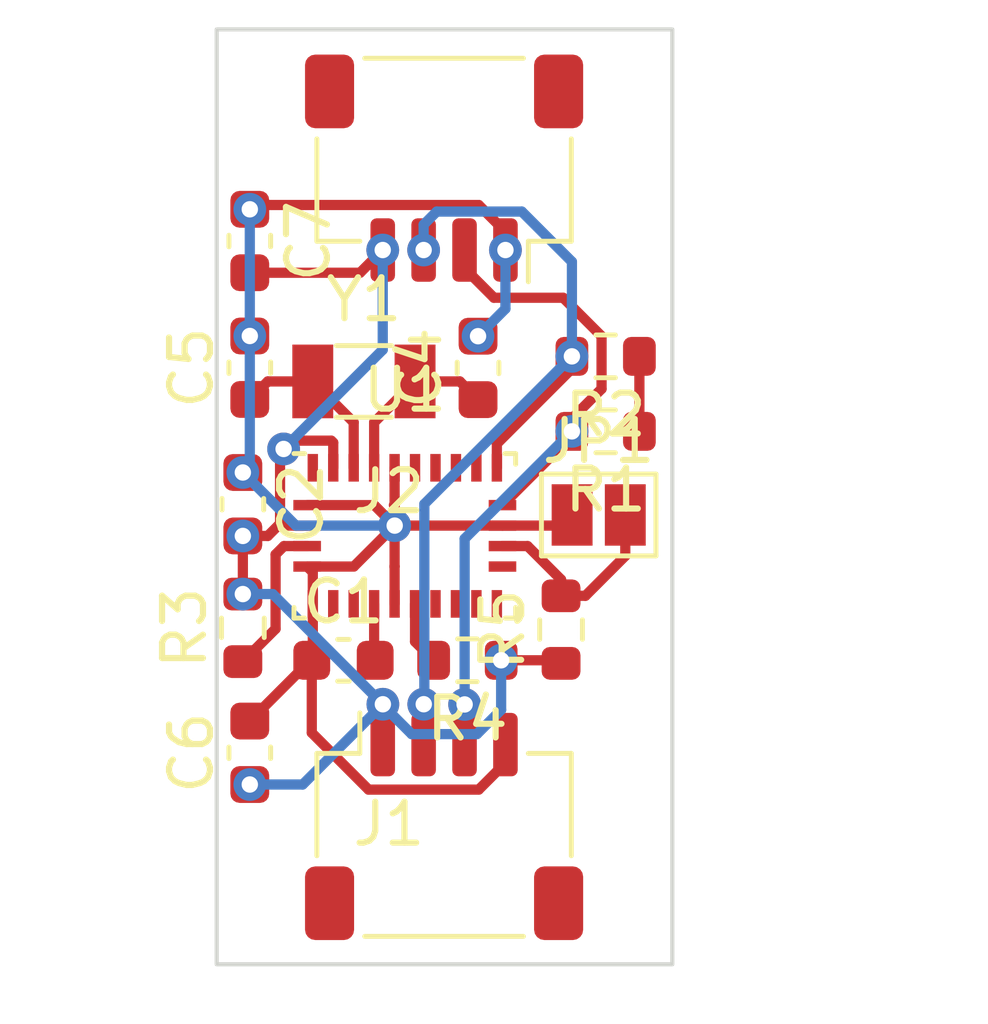
<source format=kicad_pcb>
(kicad_pcb (version 20221018) (generator pcbnew)
  (layers (0 "F.Cu" signal) (31 "B.Cu" signal) (34 "B.Paste" user) (35 "F.Paste" user) (36 "B.SilkS" user "B.Silkscreen") (37 "F.SilkS" user "F.Silkscreen") (38 "B.Mask" user) (39 "F.Mask" user) (44 "Edge.Cuts" user))
  (net 0 "")
  (net 12 "GND")
  (net 13 "Net-(U1-CAP)")
  (net 14 "+3V3")
  (net 15 "INT")
  (net 16 "SDO")
  (net 17 "SCL")
  (net 18 "SDA")
  (net 19 "Net-(U1-BOOTN)")
  (net 20 "Net-(U1-NRST)")
  (net 21 "Net-(U1-CLKSEL1{slash}XOUT32)")
  (net 22 "Net-(U1-XIN32)")
  (footprint "Capacitor_SMD:C_0603_1608Metric" (layer "F.Cu") (at 95.03 96.19 -90)
    (fp_text reference "C7" (at 0 -1.43 90) (layer "F.SilkS"))
    (fp_text value "100n")
    (fp_line (start -0.14058 -0.51) (end 0.14058 -0.51) (stroke (width 0.12)) (layer "F.SilkS"))
    (fp_line (start -0.14058 0.51) (end 0.14058 0.51) (stroke (width 0.12)) (layer "F.SilkS"))
    (pad "1" smd roundrect (at -0.775 0 270) (size 0.9 0.95) (layers "F.Cu" "F.Paste" "F.Mask") (net 12 "GND"))
    (pad "2" smd roundrect (at 0.775 0 270) (size 0.9 0.95) (layers "F.Cu" "F.Paste" "F.Mask") (net 14 "+3V3"))
  )
  (footprint "Capacitor_SMD:C_0603_1608Metric" (layer "F.Cu") (at 97.32 106.4325)
    (fp_text reference "C1" (at 0 -1.43) (layer "F.SilkS"))
    (fp_text value "100n")
    (fp_line (start -0.14058 -0.51) (end 0.14058 -0.51) (stroke (width 0.12)) (layer "F.SilkS"))
    (fp_line (start -0.14058 0.51) (end 0.14058 0.51) (stroke (width 0.12)) (layer "F.SilkS"))
    (pad "1" smd roundrect (at -0.775 0) (size 0.9 0.95) (layers "F.Cu" "F.Paste" "F.Mask") (net 12 "GND"))
    (pad "2" smd roundrect (at 0.775 0) (size 0.9 0.95) (layers "F.Cu" "F.Paste" "F.Mask") (net 13 "Net-(U1-CAP)"))
  )
  (footprint "Crystal:Crystal_SMD_3215-2Pin_3.2x1.5mm" (layer "F.Cu") (at 97.82 99.62)
    (fp_text reference "Y1" (at 0 -2) (layer "F.SilkS"))
    (fp_text value "32.768kHz")
    (fp_line (start -0.675 -0.875) (end 0.675 -0.875) (stroke (width 0.12)) (layer "F.SilkS"))
    (fp_line (start -0.675 0.875) (end 0.675 0.875) (stroke (width 0.12)) (layer "F.SilkS"))
    (pad "1" smd rect (at 1.25 0) (size 1 1.8) (layers "F.Cu" "F.Paste" "F.Mask") (net 21 "Net-(U1-CLKSEL1{slash}XOUT32)"))
    (pad "2" smd rect (at -1.25 0) (size 1 1.8) (layers "F.Cu" "F.Paste" "F.Mask") (net 22 "Net-(U1-XIN32)"))
  )
  (footprint "Resistor_SMD:R_0603_1608Metric" (layer "F.Cu") (at 102.64 105.6825 90)
    (fp_text reference "R5" (at 0 -1.43 90) (layer "F.SilkS"))
    (fp_text value "10k")
    (fp_line (start -0.237258 -0.5225) (end 0.237258 -0.5225) (stroke (width 0.12)) (layer "F.SilkS"))
    (fp_line (start -0.237258 0.5225) (end 0.237258 0.5225) (stroke (width 0.12)) (layer "F.SilkS"))
    (pad "1" smd roundrect (at -0.825 0 90) (size 0.8 0.95) (layers "F.Cu" "F.Paste" "F.Mask") (net 14 "+3V3"))
    (pad "2" smd roundrect (at 0.825 0 90) (size 0.8 0.95) (layers "F.Cu" "F.Paste" "F.Mask") (net 16 "SDO"))
  )
  (footprint "Jumper:SolderJumper-2_P1.3mm_Open_Pad1.0x1.5mm" (layer "F.Cu") (at 103.56 102.8825)
    (fp_text reference "JP1" (at 0 -1.8) (layer "F.SilkS"))
    (fp_text value "SolderJumper_2_Open")
    (fp_line (start -1.4 -1) (end 1.4 -1) (stroke (width 0.12)) (layer "F.SilkS"))
    (fp_line (start -1.4 1) (end -1.4 -1) (stroke (width 0.12)) (layer "F.SilkS"))
    (fp_line (start 1.4 -1) (end 1.4 1) (stroke (width 0.12)) (layer "F.SilkS"))
    (fp_line (start 1.4 1) (end -1.4 1) (stroke (width 0.12)) (layer "F.SilkS"))
    (pad "1" smd rect (at -0.65 0) (size 1 1.5) (layers "F.Cu" "F.Mask") (net 12 "GND"))
    (pad "2" smd rect (at 0.65 0) (size 1 1.5) (layers "F.Cu" "F.Mask") (net 16 "SDO"))
  )
  (footprint "Connector_JST:JST_SH_SM04B-SRSS-TB_1x04-1MP_P1.00mm_Horizontal" (layer "F.Cu") (at 99.78 110.4925)
    (fp_text reference "J1" (at -1.35 -0.06) (layer "F.SilkS"))
    (fp_text value "Conn_01x04_Pin")
    (fp_line (start -3.11 -1.785) (end -2.06 -1.785) (stroke (width 0.12)) (layer "F.SilkS"))
    (fp_line (start -3.11 0.715) (end -3.11 -1.785) (stroke (width 0.12)) (layer "F.SilkS"))
    (fp_line (start -2.06 -1.785) (end -2.06 -2.775) (stroke (width 0.12)) (layer "F.SilkS"))
    (fp_line (start -1.94 2.685) (end 1.94 2.685) (stroke (width 0.12)) (layer "F.SilkS"))
    (fp_line (start 3.11 -1.785) (end 2.06 -1.785) (stroke (width 0.12)) (layer "F.SilkS"))
    (fp_line (start 3.11 0.715) (end 3.11 -1.785) (stroke (width 0.12)) (layer "F.SilkS"))
    (pad "1" smd roundrect (at -1.5 -2) (size 0.6 1.55) (layers "F.Cu" "F.Paste" "F.Mask") (net 14 "+3V3"))
    (pad "2" smd roundrect (at -0.5 -2) (size 0.6 1.55) (layers "F.Cu" "F.Paste" "F.Mask") (net 18 "SDA"))
    (pad "3" smd roundrect (at 0.5 -2) (size 0.6 1.55) (layers "F.Cu" "F.Paste" "F.Mask") (net 17 "SCL"))
    (pad "4" smd roundrect (at 1.5 -2) (size 0.6 1.55) (layers "F.Cu" "F.Paste" "F.Mask") (net 12 "GND"))
    (pad "MP" smd roundrect (at -2.8 1.875) (size 1.2 1.8) (layers "F.Cu" "F.Paste" "F.Mask") (roundrect_rratio 0.208333))
    (pad "MP" smd roundrect (at 2.8 1.875) (size 1.2 1.8) (layers "F.Cu" "F.Paste" "F.Mask") (roundrect_rratio 0.208333))
  )
  (footprint "Resistor_SMD:R_0603_1608Metric" (layer "F.Cu") (at 94.86 105.64 90)
    (fp_text reference "R3" (at 0 -1.43 90) (layer "F.SilkS"))
    (fp_text value "10k")
    (fp_line (start -0.237258 -0.5225) (end 0.237258 -0.5225) (stroke (width 0.12)) (layer "F.SilkS"))
    (fp_line (start -0.237258 0.5225) (end 0.237258 0.5225) (stroke (width 0.12)) (layer "F.SilkS"))
    (pad "1" smd roundrect (at -0.825 0 90) (size 0.8 0.95) (layers "F.Cu" "F.Paste" "F.Mask") (net 19 "Net-(U1-BOOTN)"))
    (pad "2" smd roundrect (at 0.825 0 90) (size 0.8 0.95) (layers "F.Cu" "F.Paste" "F.Mask") (net 14 "+3V3"))
  )
  (footprint "Capacitor_SMD:C_0603_1608Metric" (layer "F.Cu") (at 94.86 102.62 -90)
    (fp_text reference "C2" (at 0 -1.43 90) (layer "F.SilkS"))
    (fp_text value "100n")
    (fp_line (start -0.14058 -0.51) (end 0.14058 -0.51) (stroke (width 0.12)) (layer "F.SilkS"))
    (fp_line (start -0.14058 0.51) (end 0.14058 0.51) (stroke (width 0.12)) (layer "F.SilkS"))
    (pad "1" smd roundrect (at -0.775 0 270) (size 0.9 0.95) (layers "F.Cu" "F.Paste" "F.Mask") (net 12 "GND"))
    (pad "2" smd roundrect (at 0.775 0 270) (size 0.9 0.95) (layers "F.Cu" "F.Paste" "F.Mask") (net 14 "+3V3"))
  )
  (footprint "Capacitor_SMD:C_0603_1608Metric" (layer "F.Cu") (at 100.61 99.29 90)
    (fp_text reference "C4" (at 0 -1.43 90) (layer "F.SilkS"))
    (fp_text value "22p")
    (fp_line (start -0.14058 -0.51) (end 0.14058 -0.51) (stroke (width 0.12)) (layer "F.SilkS"))
    (fp_line (start -0.14058 0.51) (end 0.14058 0.51) (stroke (width 0.12)) (layer "F.SilkS"))
    (pad "1" smd roundrect (at -0.775 0 90) (size 0.9 0.95) (layers "F.Cu" "F.Paste" "F.Mask") (net 21 "Net-(U1-CLKSEL1{slash}XOUT32)"))
    (pad "2" smd roundrect (at 0.775 0 90) (size 0.9 0.95) (layers "F.Cu" "F.Paste" "F.Mask") (net 12 "GND"))
  )
  (footprint "Capacitor_SMD:C_0603_1608Metric" (layer "F.Cu") (at 95.03 99.285 90)
    (fp_text reference "C5" (at 0 -1.43 90) (layer "F.SilkS"))
    (fp_text value "22p")
    (fp_line (start -0.14058 -0.51) (end 0.14058 -0.51) (stroke (width 0.12)) (layer "F.SilkS"))
    (fp_line (start -0.14058 0.51) (end 0.14058 0.51) (stroke (width 0.12)) (layer "F.SilkS"))
    (pad "1" smd roundrect (at -0.775 0 90) (size 0.9 0.95) (layers "F.Cu" "F.Paste" "F.Mask") (net 22 "Net-(U1-XIN32)"))
    (pad "2" smd roundrect (at 0.775 0 90) (size 0.9 0.95) (layers "F.Cu" "F.Paste" "F.Mask") (net 12 "GND"))
  )
  (footprint "Connector_JST:JST_SH_SM04B-SRSS-TB_1x04-1MP_P1.00mm_Horizontal" (layer "F.Cu") (at 99.78 94.41 180)
    (fp_text reference "J2" (at 1.35 -7.9) (layer "F.SilkS"))
    (fp_text value "Conn_01x04_Pin")
    (fp_line (start -3.11 -1.785) (end -2.06 -1.785) (stroke (width 0.12)) (layer "F.SilkS"))
    (fp_line (start -3.11 0.715) (end -3.11 -1.785) (stroke (width 0.12)) (layer "F.SilkS"))
    (fp_line (start -2.06 -1.785) (end -2.06 -2.775) (stroke (width 0.12)) (layer "F.SilkS"))
    (fp_line (start -1.94 2.685) (end 1.94 2.685) (stroke (width 0.12)) (layer "F.SilkS"))
    (fp_line (start 3.11 -1.785) (end 2.06 -1.785) (stroke (width 0.12)) (layer "F.SilkS"))
    (fp_line (start 3.11 0.715) (end 3.11 -1.785) (stroke (width 0.12)) (layer "F.SilkS"))
    (pad "1" smd roundrect (at -1.5 -2 180) (size 0.6 1.55) (layers "F.Cu" "F.Paste" "F.Mask") (net 12 "GND"))
    (pad "2" smd roundrect (at -0.5 -2 180) (size 0.6 1.55) (layers "F.Cu" "F.Paste" "F.Mask") (net 17 "SCL"))
    (pad "3" smd roundrect (at 0.5 -2 180) (size 0.6 1.55) (layers "F.Cu" "F.Paste" "F.Mask") (net 18 "SDA"))
    (pad "4" smd roundrect (at 1.5 -2 180) (size 0.6 1.55) (layers "F.Cu" "F.Paste" "F.Mask") (net 14 "+3V3"))
    (pad "MP" smd roundrect (at -2.8 1.875 180) (size 1.2 1.8) (layers "F.Cu" "F.Paste" "F.Mask") (roundrect_rratio 0.208333))
    (pad "MP" smd roundrect (at 2.8 1.875 180) (size 1.2 1.8) (layers "F.Cu" "F.Paste" "F.Mask") (roundrect_rratio 0.208333))
  )
  (footprint "Capacitor_SMD:C_0603_1608Metric" (layer "F.Cu") (at 95.03 108.6925 90)
    (fp_text reference "C6" (at 0 -1.43 90) (layer "F.SilkS"))
    (fp_text value "100n")
    (fp_line (start -0.14058 -0.51) (end 0.14058 -0.51) (stroke (width 0.12)) (layer "F.SilkS"))
    (fp_line (start -0.14058 0.51) (end 0.14058 0.51) (stroke (width 0.12)) (layer "F.SilkS"))
    (pad "1" smd roundrect (at -0.775 0 90) (size 0.9 0.95) (layers "F.Cu" "F.Paste" "F.Mask") (net 14 "+3V3"))
    (pad "2" smd roundrect (at 0.775 0 90) (size 0.9 0.95) (layers "F.Cu" "F.Paste" "F.Mask") (net 12 "GND"))
  )
  (footprint "Resistor_SMD:R_0603_1608Metric" (layer "F.Cu") (at 100.35 106.4325 180)
    (fp_text reference "R4" (at 0 -1.43) (layer "F.SilkS"))
    (fp_text value "10k")
    (fp_line (start -0.237258 -0.5225) (end 0.237258 -0.5225) (stroke (width 0.12)) (layer "F.SilkS"))
    (fp_line (start -0.237258 0.5225) (end 0.237258 0.5225) (stroke (width 0.12)) (layer "F.SilkS"))
    (pad "1" smd roundrect (at -0.825 0 180) (size 0.8 0.95) (layers "F.Cu" "F.Paste" "F.Mask") (net 14 "+3V3"))
    (pad "2" smd roundrect (at 0.825 0 180) (size 0.8 0.95) (layers "F.Cu" "F.Paste" "F.Mask") (net 20 "Net-(U1-NRST)"))
  )
  (footprint "Resistor_SMD:R_0603_1608Metric" (layer "F.Cu") (at 103.73 99.0075 180)
    (fp_text reference "R2" (at 0 -1.43) (layer "F.SilkS"))
    (fp_text value "2k2")
    (fp_line (start -0.237258 -0.5225) (end 0.237258 -0.5225) (stroke (width 0.12)) (layer "F.SilkS"))
    (fp_line (start -0.237258 0.5225) (end 0.237258 0.5225) (stroke (width 0.12)) (layer "F.SilkS"))
    (pad "1" smd roundrect (at -0.825 0 180) (size 0.8 0.95) (layers "F.Cu" "F.Paste" "F.Mask") (net 14 "+3V3"))
    (pad "2" smd roundrect (at 0.825 0 180) (size 0.8 0.95) (layers "F.Cu" "F.Paste" "F.Mask") (net 18 "SDA"))
  )
  (footprint "Resistor_SMD:R_0603_1608Metric" (layer "F.Cu") (at 103.73 100.84 180)
    (fp_text reference "R1" (at 0 -1.43) (layer "F.SilkS"))
    (fp_text value "2k2")
    (fp_line (start -0.237258 -0.5225) (end 0.237258 -0.5225) (stroke (width 0.12)) (layer "F.SilkS"))
    (fp_line (start -0.237258 0.5225) (end 0.237258 0.5225) (stroke (width 0.12)) (layer "F.SilkS"))
    (pad "1" smd roundrect (at -0.825 0 180) (size 0.8 0.95) (layers "F.Cu" "F.Paste" "F.Mask") (net 14 "+3V3"))
    (pad "2" smd roundrect (at 0.825 0 180) (size 0.8 0.95) (layers "F.Cu" "F.Paste" "F.Mask") (net 17 "SCL"))
  )
  (footprint "Package_LGA:LGA-28_5.2x3.8mm_P0.5mm" (layer "F.Cu") (at 98.82 103.3925)
    (fp_text reference "U1" (at 0 -3.5625) (layer "F.SilkS"))
    (fp_text value "~")
    (fp_line (start -2.71 -2.01) (end -2.45 -2.01) (stroke (width 0.12)) (layer "F.SilkS"))
    (fp_line (start -2.71 2.01) (end -2.71 1.75) (stroke (width 0.12)) (layer "F.SilkS"))
    (fp_line (start -2.71 2.01) (end -2.45 2.01) (stroke (width 0.12)) (layer "F.SilkS"))
    (fp_line (start 2.71 -2.01) (end 2.45 -2.01) (stroke (width 0.12)) (layer "F.SilkS"))
    (fp_line (start 2.71 -2.01) (end 2.71 -1.75) (stroke (width 0.12)) (layer "F.SilkS"))
    (fp_line (start 2.71 2.01) (end 2.45 2.01) (stroke (width 0.12)) (layer "F.SilkS"))
    (fp_line (start 2.71 2.01) (end 2.71 1.75) (stroke (width 0.12)) (layer "F.SilkS"))
    (pad "1" smd rect (at -2.25 -1.6625) (size 0.254 0.675) (layers "F.Cu" "F.Paste" "F.Mask"))
    (pad "2" smd rect (at -2.3875 -0.75 90) (size 0.254 0.675) (layers "F.Cu" "F.Paste" "F.Mask") (net 12 "GND"))
    (pad "3" smd rect (at -2.3875 -0.25 90) (size 0.254 0.675) (layers "F.Cu" "F.Paste" "F.Mask") (net 14 "+3V3"))
    (pad "4" smd rect (at -2.3875 0.25 90) (size 0.254 0.675) (layers "F.Cu" "F.Paste" "F.Mask") (net 19 "Net-(U1-BOOTN)"))
    (pad "5" smd rect (at -2.3875 0.75 90) (size 0.254 0.675) (layers "F.Cu" "F.Paste" "F.Mask") (net 12 "GND"))
    (pad "6" smd rect (at -2.25 1.6625) (size 0.254 0.675) (layers "F.Cu" "F.Paste" "F.Mask") (net 12 "GND"))
    (pad "7" smd rect (at -1.75 1.6625) (size 0.254 0.675) (layers "F.Cu" "F.Paste" "F.Mask"))
    (pad "8" smd rect (at -1.25 1.6625) (size 0.254 0.675) (layers "F.Cu" "F.Paste" "F.Mask"))
    (pad "9" smd rect (at -0.75 1.6625) (size 0.254 0.675) (layers "F.Cu" "F.Paste" "F.Mask") (net 13 "Net-(U1-CAP)"))
    (pad "10" smd rect (at -0.25 1.6625) (size 0.254 0.675) (layers "F.Cu" "F.Paste" "F.Mask") (net 12 "GND"))
    (pad "11" smd rect (at 0.25 1.6625) (size 0.254 0.675) (layers "F.Cu" "F.Paste" "F.Mask") (net 20 "Net-(U1-NRST)"))
    (pad "12" smd rect (at 0.75 1.6625) (size 0.254 0.675) (layers "F.Cu" "F.Paste" "F.Mask"))
    (pad "13" smd rect (at 1.25 1.6625) (size 0.254 0.675) (layers "F.Cu" "F.Paste" "F.Mask"))
    (pad "14" smd rect (at 1.75 1.6625) (size 0.254 0.675) (layers "F.Cu" "F.Paste" "F.Mask") (net 15 "INT"))
    (pad "15" smd rect (at 2.25 1.6625) (size 0.254 0.675) (layers "F.Cu" "F.Paste" "F.Mask"))
    (pad "16" smd rect (at 2.3875 0.75 90) (size 0.254 0.675) (layers "F.Cu" "F.Paste" "F.Mask"))
    (pad "17" smd rect (at 2.3875 0.25 90) (size 0.254 0.675) (layers "F.Cu" "F.Paste" "F.Mask") (net 16 "SDO"))
    (pad "18" smd rect (at 2.3875 -0.25 90) (size 0.254 0.675) (layers "F.Cu" "F.Paste" "F.Mask") (net 12 "GND"))
    (pad "19" smd rect (at 2.3875 -0.75 90) (size 0.254 0.675) (layers "F.Cu" "F.Paste" "F.Mask") (net 17 "SCL"))
    (pad "20" smd rect (at 2.25 -1.6625) (size 0.254 0.675) (layers "F.Cu" "F.Paste" "F.Mask") (net 18 "SDA"))
    (pad "21" smd rect (at 1.75 -1.6625) (size 0.254 0.675) (layers "F.Cu" "F.Paste" "F.Mask"))
    (pad "22" smd rect (at 1.25 -1.6625) (size 0.254 0.675) (layers "F.Cu" "F.Paste" "F.Mask"))
    (pad "23" smd rect (at 0.75 -1.6625) (size 0.254 0.675) (layers "F.Cu" "F.Paste" "F.Mask"))
    (pad "24" smd rect (at 0.25 -1.6625) (size 0.254 0.675) (layers "F.Cu" "F.Paste" "F.Mask"))
    (pad "25" smd rect (at -0.25 -1.6625) (size 0.254 0.675) (layers "F.Cu" "F.Paste" "F.Mask") (net 12 "GND"))
    (pad "26" smd rect (at -0.75 -1.6625) (size 0.254 0.675) (layers "F.Cu" "F.Paste" "F.Mask") (net 21 "Net-(U1-CLKSEL1{slash}XOUT32)"))
    (pad "27" smd rect (at -1.25 -1.6625) (size 0.254 0.675) (layers "F.Cu" "F.Paste" "F.Mask") (net 22 "Net-(U1-XIN32)"))
    (pad "28" smd rect (at -1.75 -1.6625) (size 0.254 0.675) (layers "F.Cu" "F.Paste" "F.Mask") (net 14 "+3V3"))
  )
  (gr_rect (start 94.22 91.02) (end 105.36 113.86) (stroke (width 0.1)) (fill none) (layer "Edge.Cuts"))
  (segment (start 101.28 108.939251) (end 100.626751 109.5925) (width 0.25) (layer "F.Cu") (net 12))
  (segment (start 96.4325 102.6425) (end 98.0725 102.6425) (width 0.25) (layer "F.Cu") (net 12))
  (segment (start 101.28 108.4925) (end 101.28 108.939251) (width 0.25) (layer "F.Cu") (net 12))
  (segment (start 95.135 95.31) (end 100.626751 95.31) (width 0.25) (layer "F.Cu") (net 12))
  (segment (start 96.57 105.055) (end 96.57 104.28) (width 0.25) (layer "F.Cu") (net 12))
  (segment (start 98.5675 104.1425) (end 98.57 104.14) (width 0.25) (layer "F.Cu") (net 12))
  (segment (start 96.545 106.4325) (end 96.515 106.4325) (width 0.25) (layer "F.Cu") (net 12))
  (segment (start 97.933249 109.5925) (end 96.545 108.204251) (width 0.25) (layer "F.Cu") (net 12))
  (segment (start 96.515 106.4325) (end 95.03 107.9175) (width 0.25) (layer "F.Cu") (net 12))
  (segment (start 98.57 101.73) (end 98.57 102.66) (width 0.25) (layer "F.Cu") (net 12))
  (segment (start 102.65 103.1425) (end 101.2075 103.1425) (width 0.25) (layer "F.Cu") (net 12))
  (segment (start 96.57 105.055) (end 96.57 106.4075) (width 0.25) (layer "F.Cu") (net 12))
  (segment (start 101.28 95.963249) (end 101.28 96.41) (width 0.25) (layer "F.Cu") (net 12))
  (segment (start 96.545 108.204251) (end 96.545 106.4325) (width 0.25) (layer "F.Cu") (net 12))
  (segment (start 96.57 104.28) (end 96.4325 104.1425) (width 0.25) (layer "F.Cu") (net 12))
  (segment (start 98.5525 102.6425) (end 98.57 102.66) (width 0.25) (layer "F.Cu") (net 12))
  (segment (start 98.57 103.14) (end 98.57 104.14) (width 0.25) (layer "F.Cu") (net 12))
  (segment (start 96.57 106.4075) (end 96.545 106.4325) (width 0.25) (layer "F.Cu") (net 12))
  (segment (start 97.5725 104.1425) (end 96.4325 104.1425) (width 0.25) (layer "F.Cu") (net 12))
  (segment (start 102.91 102.8825) (end 102.65 103.1425) (width 0.25) (layer "F.Cu") (net 12))
  (segment (start 100.626751 95.31) (end 101.28 95.963249) (width 0.25) (layer "F.Cu") (net 12))
  (segment (start 98.0725 102.6425) (end 98.5725 103.1425) (width 0.25) (layer "F.Cu") (net 12))
  (segment (start 98.5725 103.1425) (end 98.57 103.14) (width 0.25) (layer "F.Cu") (net 12))
  (segment (start 98.5725 103.1425) (end 97.5725 104.1425) (width 0.25) (layer "F.Cu") (net 12))
  (segment (start 95.03 95.415) (end 95.135 95.31) (width 0.25) (layer "F.Cu") (net 12))
  (segment (start 98.57 104.14) (end 98.57 105.055) (width 0.25) (layer "F.Cu") (net 12))
  (segment (start 101.2075 103.1425) (end 98.5725 103.1425) (width 0.25) (layer "F.Cu") (net 12))
  (segment (start 98.57 102.66) (end 98.57 103.14) (width 0.25) (layer "F.Cu") (net 12))
  (segment (start 100.626751 109.5925) (end 97.933249 109.5925) (width 0.25) (layer "F.Cu") (net 12))
  (via (at 101.28 96.41) (size 0.8) (drill 0.4) (layers "F.Cu" "B.Cu") (net 12))
  (via (at 94.86 101.845) (size 0.8) (drill 0.4) (layers "F.Cu" "B.Cu") (net 12))
  (via (at 95.03 95.415) (size 0.8) (drill 0.4) (layers "F.Cu" "B.Cu") (net 12))
  (via (at 98.5725 103.1425) (size 0.8) (drill 0.4) (layers "F.Cu" "B.Cu") (net 12))
  (via (at 100.61 98.515) (size 0.8) (drill 0.4) (layers "F.Cu" "B.Cu") (net 12))
  (via (at 95.03 98.51) (size 0.8) (drill 0.4) (layers "F.Cu" "B.Cu") (net 12))
  (segment (start 95.03 98.51) (end 95.03 101.675) (width 0.25) (layer "B.Cu") (net 12))
  (segment (start 95.03 101.675) (end 94.86 101.845) (width 0.25) (layer "B.Cu") (net 12))
  (segment (start 95.03 98.51) (end 95.03 95.415) (width 0.25) (layer "B.Cu") (net 12))
  (segment (start 101.28 97.845) (end 100.61 98.515) (width 0.25) (layer "B.Cu") (net 12))
  (segment (start 95.04 98.52) (end 95.03 98.51) (width 0.25) (layer "B.Cu") (net 12))
  (segment (start 101.28 96.41) (end 101.28 97.845) (width 0.25) (layer "B.Cu") (net 12))
  (segment (start 94.86 101.845) (end 96.1575 103.1425) (width 0.25) (layer "B.Cu") (net 12))
  (segment (start 96.1575 103.1425) (end 98.5725 103.1425) (width 0.25) (layer "B.Cu") (net 12))
  (segment (start 98.07 105.055) (end 98.07 106.4075) (width 0.25) (layer "F.Cu") (net 13))
  (segment (start 98.07 106.4075) (end 98.095 106.4325) (width 0.25) (layer "F.Cu") (net 13))
  (segment (start 97.07 101.73) (end 97.07 101.1155) (width 0.25) (layer "F.Cu") (net 14))
  (segment (start 96.118 101.0675) (end 95.77 101.4155) (width 0.25) (layer "F.Cu") (net 14))
  (segment (start 98.28 108.4925) (end 98.28 107.510352) (width 0.25) (layer "F.Cu") (net 14))
  (segment (start 101.175 106.4325) (end 102.565 106.4325) (width 0.25) (layer "F.Cu") (net 14))
  (segment (start 95.77 101.4155) (end 95.77 103.0945) (width 0.25) (layer "F.Cu") (net 14))
  (segment (start 104.555 99.0075) (end 104.555 100.5275) (width 0.25) (layer "F.Cu") (net 14))
  (segment (start 94.86 104.815) (end 94.86 103.395) (width 0.25) (layer "F.Cu") (net 14))
  (segment (start 97.725 96.965) (end 95.03 96.965) (width 0.25) (layer "F.Cu") (net 14))
  (segment (start 95.77 103.0945) (end 95.818 103.1425) (width 0.25) (layer "F.Cu") (net 14))
  (segment (start 98.28 96.41) (end 97.725 96.965) (width 0.25) (layer "F.Cu") (net 14))
  (segment (start 94.86 103.395) (end 95.4695 103.395) (width 0.25) (layer "F.Cu") (net 14))
  (segment (start 98.28 107.510352) (end 98.283352 107.507) (width 0.25) (layer "F.Cu") (net 14))
  (segment (start 102.565 106.4325) (end 102.64 106.5075) (width 0.25) (layer "F.Cu") (net 14))
  (segment (start 97.07 101.1155) (end 97.022 101.0675) (width 0.25) (layer "F.Cu") (net 14))
  (segment (start 97.022 101.0675) (end 96.118 101.0675) (width 0.25) (layer "F.Cu") (net 14))
  (segment (start 95.4695 103.395) (end 95.77 103.0945) (width 0.25) (layer "F.Cu") (net 14))
  (segment (start 95.03 96.965) (end 95.03 96.8375) (width 0.25) (layer "F.Cu") (net 14))
  (segment (start 95.818 103.1425) (end 96.4325 103.1425) (width 0.25) (layer "F.Cu") (net 14))
  (via (at 94.86 104.815) (size 0.8) (drill 0.4) (layers "F.Cu" "B.Cu") (net 14))
  (via (at 95.856556 101.270065) (size 0.8) (drill 0.4) (layers "F.Cu" "B.Cu") (net 14))
  (via (at 98.283352 107.507) (size 0.8) (drill 0.4) (layers "F.Cu" "B.Cu") (net 14))
  (via (at 98.28 96.41) (size 0.8) (drill 0.4) (layers "F.Cu" "B.Cu") (net 14))
  (via (at 101.175 106.4325) (size 0.8) (drill 0.4) (layers "F.Cu" "B.Cu") (net 14))
  (via (at 94.86 103.395) (size 0.8) (drill 0.4) (layers "F.Cu" "B.Cu") (net 14))
  (via (at 95.03 109.4675) (size 0.8) (drill 0.4) (layers "F.Cu" "B.Cu") (net 14))
  (segment (start 95.591352 104.815) (end 94.86 104.815) (width 0.25) (layer "B.Cu") (net 14))
  (segment (start 101.175 107.644003) (end 101.175 106.4325) (width 0.25) (layer "B.Cu") (net 14))
  (segment (start 98.283352 107.531723) (end 98.988018 108.236389) (width 0.25) (layer "B.Cu") (net 14))
  (segment (start 98.28 98.846621) (end 98.28 96.41) (width 0.25) (layer "B.Cu") (net 14))
  (segment (start 100.582614 108.236389) (end 101.175 107.644003) (width 0.25) (layer "B.Cu") (net 14))
  (segment (start 96.322852 109.4675) (end 95.03 109.4675) (width 0.25) (layer "B.Cu") (net 14))
  (segment (start 98.988018 108.236389) (end 100.582614 108.236389) (width 0.25) (layer "B.Cu") (net 14))
  (segment (start 98.283352 107.507) (end 95.591352 104.815) (width 0.25) (layer "B.Cu") (net 14))
  (segment (start 95.856556 101.270065) (end 98.28 98.846621) (width 0.25) (layer "B.Cu") (net 14))
  (segment (start 98.283352 107.507) (end 98.283352 107.531723) (width 0.25) (layer "B.Cu") (net 14))
  (segment (start 98.283352 107.507) (end 96.322852 109.4675) (width 0.25) (layer "B.Cu") (net 14))
  (segment (start 104.21 103.8825) (end 103.235 104.8575) (width 0.25) (layer "F.Cu") (net 16))
  (segment (start 101.822 103.6425) (end 101.2075 103.6425) (width 0.25) (layer "F.Cu") (net 16))
  (segment (start 102.64 104.8575) (end 102.64 104.4605) (width 0.25) (layer "F.Cu") (net 16))
  (segment (start 102.64 104.4605) (end 101.822 103.6425) (width 0.25) (layer "F.Cu") (net 16))
  (segment (start 104.21 102.8825) (end 104.21 103.8825) (width 0.25) (layer "F.Cu") (net 16))
  (segment (start 103.235 104.8575) (end 102.64 104.8575) (width 0.25) (layer "F.Cu") (net 16))
  (segment (start 100.28 108.4925) (end 100.28 107.513698) (width 0.25) (layer "F.Cu") (net 17))
  (segment (start 100.999408 97.576159) (end 100.28 96.856751) (width 0.25) (layer "F.Cu") (net 17))
  (segment (start 102.905 100.5275) (end 103.63 99.8025) (width 0.25) (layer "F.Cu") (net 17))
  (segment (start 100.28 107.513698) (end 100.282309 107.511389) (width 0.25) (layer "F.Cu") (net 17))
  (segment (start 103.63 98.515038) (end 102.691121 97.576159) (width 0.25) (layer "F.Cu") (net 17))
  (segment (start 100.28 96.856751) (end 100.28 96.41) (width 0.25) (layer "F.Cu") (net 17))
  (segment (start 103.63 99.8025) (end 103.63 98.515038) (width 0.25) (layer "F.Cu") (net 17))
  (segment (start 101.2075 102.6425) (end 102.905 100.945) (width 0.25) (layer "F.Cu") (net 17))
  (segment (start 102.691121 97.576159) (end 100.999408 97.576159) (width 0.25) (layer "F.Cu") (net 17))
  (segment (start 100.28 96.932183) (end 100.28 96.41) (width 0.25) (layer "F.Cu") (net 17))
  (segment (start 102.905 100.6325) (end 102.905 100.5275) (width 0.25) (layer "F.Cu") (net 17))
  (via (at 100.282309 107.511389) (size 0.8) (drill 0.4) (layers "F.Cu" "B.Cu") (net 17))
  (via (at 102.905 100.84) (size 0.8) (drill 0.4) (layers "F.Cu" "B.Cu") (net 17))
  (segment (start 100.282309 107.511389) (end 100.282309 103.462691) (width 0.25) (layer "B.Cu") (net 17))
  (segment (start 100.282309 103.462691) (end 102.905 100.84) (width 0.25) (layer "B.Cu") (net 17))
  (segment (start 101.07 101.73) (end 101.07 101.1425) (width 0.25) (layer "F.Cu") (net 18))
  (segment (start 102.905 99.310038) (end 102.905 99.0075) (width 0.25) (layer "F.Cu") (net 18))
  (segment (start 102.905 99.3075) (end 102.905 99.0075) (width 0.25) (layer "F.Cu") (net 18))
  (segment (start 99.28 107.508708) (end 99.282821 107.505887) (width 0.25) (layer "F.Cu") (net 18))
  (segment (start 101.07 101.1425) (end 102.905 99.3075) (width 0.25) (layer "F.Cu") (net 18))
  (segment (start 99.28 108.4925) (end 99.28 107.508708) (width 0.25) (layer "F.Cu") (net 18))
  (via (at 99.28 96.41) (size 0.8) (drill 0.4) (layers "F.Cu" "B.Cu") (net 18))
  (via (at 99.282821 107.505887) (size 0.8) (drill 0.4) (layers "F.Cu" "B.Cu") (net 18))
  (via (at 102.905 99.0075) (size 0.8) (drill 0.4) (layers "F.Cu" "B.Cu") (net 18))
  (segment (start 99.2975 102.615) (end 102.905 99.0075) (width 0.25) (layer "B.Cu") (net 18))
  (segment (start 99.282821 107.505887) (end 99.2975 107.491208) (width 0.25) (layer "B.Cu") (net 18))
  (segment (start 99.6 95.47) (end 99.28 95.79) (width 0.25) (layer "B.Cu") (net 18))
  (segment (start 99.28 95.79) (end 99.28 96.41) (width 0.25) (layer "B.Cu") (net 18))
  (segment (start 102.905 96.695) (end 101.68 95.47) (width 0.25) (layer "B.Cu") (net 18))
  (segment (start 101.68 95.47) (end 99.6 95.47) (width 0.25) (layer "B.Cu") (net 18))
  (segment (start 99.2975 107.491208) (end 99.2975 102.615) (width 0.25) (layer "B.Cu") (net 18))
  (segment (start 102.905 99.0075) (end 102.905 96.695) (width 0.25) (layer "B.Cu") (net 18))
  (segment (start 96.4325 103.6425) (end 95.865317 103.6425) (width 0.25) (layer "F.Cu") (net 19))
  (segment (start 95.66 103.847817) (end 95.66 105.665) (width 0.25) (layer "F.Cu") (net 19))
  (segment (start 95.865317 103.6425) (end 95.66 103.847817) (width 0.25) (layer "F.Cu") (net 19))
  (segment (start 95.66 105.665) (end 94.86 106.465) (width 0.25) (layer "F.Cu") (net 19))
  (segment (start 99.07 105.9775) (end 99.07 105.055) (width 0.25) (layer "F.Cu") (net 20))
  (segment (start 99.525 106.4325) (end 99.07 105.9775) (width 0.25) (layer "F.Cu") (net 20))
  (segment (start 99.07 99.62) (end 100.165 99.62) (width 0.25) (layer "F.Cu") (net 21))
  (segment (start 100.165 99.62) (end 100.61 100.065) (width 0.25) (layer "F.Cu") (net 21))
  (segment (start 98.07 100.62) (end 98.07 101.73) (width 0.25) (layer "F.Cu") (net 21))
  (segment (start 98.07 100.62) (end 99.07 99.62) (width 0.25) (layer "F.Cu") (net 21))
  (segment (start 96.57 99.62) (end 97.57 100.62) (width 0.25) (layer "F.Cu") (net 22))
  (segment (start 95.47 99.62) (end 95.03 100.06) (width 0.25) (layer "F.Cu") (net 22))
  (segment (start 96.57 99.62) (end 95.47 99.62) (width 0.25) (layer "F.Cu") (net 22))
  (segment (start 97.57 100.62) (end 97.57 101.73) (width 0.25) (layer "F.Cu") (net 22))
)
</source>
